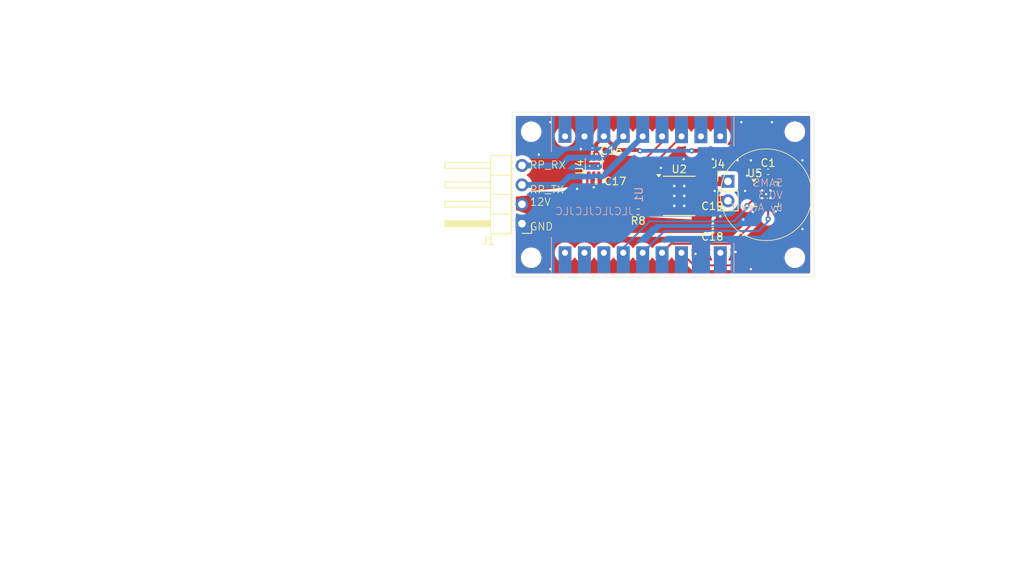
<source format=kicad_pcb>
(kicad_pcb (version 20240108) (generator "pcbnew") (generator_version "8.0")
  (layers (0 "F.Cu" signal "Front") (1 "In1.Cu" signal) (2 "In2.Cu" signal) (31 "B.Cu" signal "Back") (34 "B.Paste" user) (35 "F.Paste" user) (36 "B.SilkS" user "B.Silkscreen") (37 "F.SilkS" user "F.Silkscreen") (38 "B.Mask" user) (39 "F.Mask" user) (44 "Edge.Cuts" user))
  (net 0 "")
  (net 1 "GND")
  (net 2 "+3V3")
  (net 3 "+12V")
  (net 4 "Net-(J4-Pin_1)")
  (net 5 "Net-(J4-Pin_2)")
  (net 6 "Net-(U2-ILIM)")
  (net 7 "MOSI")
  (net 8 "MISO")
  (net 9 "DRV_IN2")
  (net 10 "DRV_IN1")
  (net 11 "SCK")
  (net 12 "MAG_CS")
  (net 29 "RP_RX")
  (net 30 "RP_TX")
  (footprint "Capacitor_SMD:C_0402_1005Metric" (layer "F.Cu") (at 128.5 26.5)
    (property "Reference" "C1" (at 0 -1.16 0) (layer "F.SilkS"))
    (property "Value" "100nF")
    (fp_line (start -0.107836 -0.36) (end 0.107836 -0.36) (stroke (width 0.12)) (layer "F.SilkS"))
    (fp_line (start -0.107836 0.36) (end 0.107836 0.36) (stroke (width 0.12)) (layer "F.SilkS"))
    (pad "1" smd roundrect (at -0.48 0) (size 0.56 0.62) (layers "F.Cu" "F.Paste" "F.Mask") (net 1 "GND"))
    (pad "2" smd roundrect (at 0.48 0) (size 0.56 0.62) (layers "F.Cu" "F.Paste" "F.Mask") (net 2 "+3V3"))
  )
  (footprint "MountingHole:MountingHole_2.2mm_M2" (layer "F.Cu") (at 97.5 37.75)
    (property "Reference" "REF**" (hide yes))
    (property "Value" "MountingHole_2.2mm_M2")
    (pad "" np_thru_hole circle (at 0 0) (size 2.2 2.2) (drill 2.2) (layers "*.Cu" "*.Mask"))
  )
  (footprint "Package_DFN_QFN:QFN-16-1EP_3x3mm_P0.5mm_EP1.75x1.75mm" (layer "F.Cu") (at 128.25 29.44)
    (property "Reference" "U5" (at -1.5 -2.75 0) (layer "F.SilkS"))
    (property "Value" "MA730")
    (fp_line (start -1.61 -1.134999) (end -1.61 -1.37) (stroke (width 0.12)) (layer "F.SilkS"))
    (fp_line (start -1.61 1.61) (end -1.61 1.135) (stroke (width 0.12)) (layer "F.SilkS"))
    (fp_line (start -1.135 -1.61) (end -1.309998 -1.61) (stroke (width 0.12)) (layer "F.SilkS"))
    (fp_line (start -1.134999 1.61) (end -1.61 1.61) (stroke (width 0.12)) (layer "F.SilkS"))
    (fp_line (start 1.134999 -1.61) (end 1.61 -1.61) (stroke (width 0.12)) (layer "F.SilkS"))
    (fp_line (start 1.135 1.61) (end 1.61 1.61) (stroke (width 0.12)) (layer "F.SilkS"))
    (fp_line (start 1.61 -1.61) (end 1.61 -1.135) (stroke (width 0.12)) (layer "F.SilkS"))
    (fp_line (start 1.61 1.61) (end 1.61 1.134999) (stroke (width 0.12)) (layer "F.SilkS"))
    (fp_poly (pts (xy -1.61 -1.61) (xy -1.85 -1.939999) (xy -1.369999 -1.94) (xy -1.61 -1.61)) (stroke (width 0.12)) (fill solid) (layer "F.SilkS"))
    (pad "1" smd roundrect (at -1.4625 -0.75) (size 0.775 0.25) (layers "F.Cu" "F.Paste" "F.Mask"))
    (pad "2" smd roundrect (at -1.4625 -0.25) (size 0.775 0.25) (layers "F.Cu" "F.Paste" "F.Mask"))
    (pad "3" smd roundrect (at -1.4625 0.25) (size 0.775 0.25) (layers "F.Cu" "F.Paste" "F.Mask"))
    (pad "4" smd roundrect (at -1.462497 0.750002) (size 0.775 0.25) (layers "F.Cu" "F.Paste" "F.Mask") (net 7 "MOSI"))
    (pad "5" smd roundrect (at -0.75 1.4625) (size 0.25 0.775) (layers "F.Cu" "F.Paste" "F.Mask") (net 12 "MAG_CS"))
    (pad "6" smd roundrect (at -0.25 1.4625) (size 0.25 0.775) (layers "F.Cu" "F.Paste" "F.Mask"))
    (pad "7" smd roundrect (at 0.25 1.4625) (size 0.25 0.775) (layers "F.Cu" "F.Paste" "F.Mask") (net 8 "MISO"))
    (pad "8" smd roundrect (at 0.750002 1.462497) (size 0.25 0.775) (layers "F.Cu" "F.Paste" "F.Mask") (net 1 "GND"))
    (pad "9" smd roundrect (at 1.4625 0.75) (size 0.775 0.25) (layers "F.Cu" "F.Paste" "F.Mask"))
    (pad "10" smd roundrect (at 1.4625 0.25) (size 0.775 0.25) (layers "F.Cu" "F.Paste" "F.Mask"))
    (pad "11" smd roundrect (at 1.4625 -0.25) (size 0.775 0.25) (layers "F.Cu" "F.Paste" "F.Mask"))
    (pad "12" smd roundrect (at 1.462497 -0.750002) (size 0.775 0.25) (layers "F.Cu" "F.Paste" "F.Mask") (net 11 "SCK"))
    (pad "13" smd roundrect (at 0.75 -1.4625) (size 0.25 0.775) (layers "F.Cu" "F.Paste" "F.Mask") (net 2 "+3V3"))
    (pad "14" smd roundrect (at 0.25 -1.4625) (size 0.25 0.775) (layers "F.Cu" "F.Paste" "F.Mask"))
    (pad "15" smd roundrect (at -0.25 -1.4625) (size 0.25 0.775) (layers "F.Cu" "F.Paste" "F.Mask"))
    (pad "16" smd roundrect (at -0.750002 -1.462497) (size 0.25 0.775) (layers "F.Cu" "F.Paste" "F.Mask"))
    (pad "17" smd rect (at 0 0) (size 1.75 1.75) (property pad_prop_heatsink) (layers "F.Cu" "F.Mask") (net 1 "GND"))
  )
  (footprint "MountingHole:MountingHole_2.2mm_M2" (layer "F.Cu") (at 97.5 21.25)
    (property "Reference" "REF**" (hide yes))
    (property "Value" "MountingHole_2.2mm_M2")
    (pad "" np_thru_hole circle (at 0 0) (size 2.2 2.2) (drill 2.2) (layers "*.Cu" "*.Mask"))
  )
  (footprint "MountingHole:MountingHole_2.2mm_M2" (layer "F.Cu") (at 132 37.75)
    (property "Reference" "REF**" (hide yes))
    (property "Value" "MountingHole_2.2mm_M2")
    (pad "" np_thru_hole circle (at 0 0) (size 2.2 2.2) (drill 2.2) (layers "*.Cu" "*.Mask"))
  )
  (footprint "MountingHole:MountingHole_2.2mm_M2" (layer "F.Cu") (at 132 21.25)
    (property "Reference" "REF**" (hide yes))
    (property "Value" "MountingHole_2.2mm_M2")
    (pad "" np_thru_hole circle (at 0 0) (size 2.2 2.2) (drill 2.2) (layers "*.Cu" "*.Mask"))
  )
  (footprint "Capacitor_SMD:C_0402_1005Metric" (layer "F.Cu") (at 121.23 33.999998 180)
    (property "Reference" "C18" (at 0.019999 -1 0) (layer "F.SilkS"))
    (property "Value" "10uF")
    (fp_line (start -0.107834 -0.359998) (end 0.107838 -0.36) (stroke (width 0.12)) (layer "F.SilkS"))
    (fp_line (start -0.107838 0.36) (end 0.107834 0.359998) (stroke (width 0.12)) (layer "F.SilkS"))
    (pad "1" smd roundrect (at -0.48 0 180) (size 0.56 0.62) (layers "F.Cu" "F.Paste" "F.Mask") (net 1 "GND"))
    (pad "2" smd roundrect (at 0.48 0 180) (size 0.56 0.62) (layers "F.Cu" "F.Paste" "F.Mask") (net 3 "+12V"))
  )
  (footprint "Capacitor_SMD:C_0402_1005Metric" (layer "F.Cu") (at 121.21 33 180)
    (property "Reference" "C19" (at 0 2 0) (layer "F.SilkS"))
    (property "Value" "100nF")
    (fp_line (start -0.107834 -0.359998) (end 0.107838 -0.36) (stroke (width 0.12)) (layer "F.SilkS"))
    (fp_line (start -0.107838 0.36) (end 0.107834 0.359998) (stroke (width 0.12)) (layer "F.SilkS"))
    (pad "1" smd roundrect (at -0.48 0 180) (size 0.56 0.62) (layers "F.Cu" "F.Paste" "F.Mask") (net 1 "GND"))
    (pad "2" smd roundrect (at 0.48 0 180) (size 0.56 0.62) (layers "F.Cu" "F.Paste" "F.Mask") (net 3 "+12V"))
  )
  (footprint "Package_SO:Texas_HTSOP-8-1EP_3.9x4.9mm_P1.27mm_EP2.95x4.9mm_Mask2.4x3.1mm_ThermalVias" (layer "F.Cu") (at 116.875 29.655)
    (property "Reference" "U2" (at 0 -3.5 0) (layer "F.SilkS"))
    (property "Value" "DRV8871DDA")
    (fp_line (start -2.075 -2.575) (end 2.075 -2.575) (stroke (width 0.15)) (layer "F.SilkS"))
    (fp_line (start -2.075 2.575) (end 2.075 2.575) (stroke (width 0.15)) (layer "F.SilkS"))
    (fp_poly (pts (xy -2.675 -2.475) (xy -2.915 -2.805) (xy -2.435 -2.805) (xy -2.675 -2.475)) (stroke (width 0.12)) (fill solid) (layer "F.SilkS"))
    (pad "1" smd rect (at -2.875 -1.905) (size 2.2 0.5) (layers "F.Cu" "F.Paste" "F.Mask") (net 1 "GND"))
    (pad "2" smd rect (at -2.875 -0.635) (size 2.2 0.5) (layers "F.Cu" "F.Paste" "F.Mask") (net 9 "DRV_IN2"))
    (pad "3" smd rect (at -2.875 0.635) (size 2.2 0.5) (layers "F.Cu" "F.Paste" "F.Mask") (net 10 "DRV_IN1"))
    (pad "4" smd rect (at -2.875 1.905) (size 2.2 0.5) (layers "F.Cu" "F.Paste" "F.Mask") (net 6 "Net-(U2-ILIM)"))
    (pad "5" smd rect (at 2.875 1.905) (size 2.2 0.5) (layers "F.Cu" "F.Paste" "F.Mask") (net 3 "+12V"))
    (pad "6" smd rect (at 2.875 0.635) (size 2.2 0.5) (layers "F.Cu" "F.Paste" "F.Mask") (net 5 "Net-(J4-Pin_2)"))
    (pad "7" smd rect (at 2.875 -0.635) (size 2.2 0.5) (layers "F.Cu" "F.Paste" "F.Mask") (net 1 "GND"))
    (pad "8" smd rect (at 2.875 -1.905) (size 2.2 0.5) (layers "F.Cu" "F.Paste" "F.Mask") (net 4 "Net-(J4-Pin_1)"))
    (pad "9" thru_hole circle (at -0.65 -1.3) (size 0.63 0.63) (drill 0.33) (layers "*.Cu" "*.Mask") (net 1 "GND"))
    (pad "9" thru_hole circle (at -0.65 0) (size 0.63 0.63) (drill 0.33) (layers "*.Cu" "*.Mask") (net 1 "GND"))
    (pad "9" thru_hole circle (at -0.65 1.3) (size 0.63 0.63) (drill 0.33) (layers "*.Cu" "*.Mask") (net 1 "GND"))
    (pad "9" smd rect (at 0 0) (size 2.6 3.3) (layers "B.Cu") (net 1 "GND"))
    (pad "9" smd rect (at 0 0) (size 2.95 4.9) (layers "F.Cu") (net 1 "GND"))
    (pad "9" thru_hole circle (at 0.65 -1.3) (size 0.63 0.63) (drill 0.33) (layers "*.Cu" "*.Mask") (net 1 "GND"))
    (pad "9" thru_hole circle (at 0.65 0) (size 0.63 0.63) (drill 0.33) (layers "*.Cu" "*.Mask") (net 1 "GND"))
    (pad "9" thru_hole circle (at 0.65 1.3) (size 0.63 0.63) (drill 0.33) (layers "*.Cu" "*.Mask") (net 1 "GND"))
  )
  (footprint "Resistor_SMD:R_0402_1005Metric" (layer "F.Cu") (at 111.5 31.75 180)
    (property "Reference" "R8" (at 0 -1.17 0) (layer "F.SilkS"))
    (property "Value" "15k")
    (fp_line (start -0.153639 -0.379999) (end 0.15364 -0.379998) (stroke (width 0.12)) (layer "F.SilkS"))
    (fp_line (start -0.15364 0.379998) (end 0.153639 0.379999) (stroke (width 0.12)) (layer "F.SilkS"))
    (pad "1" smd roundrect (at -0.51 -0.000001 180) (size 0.54 0.64) (layers "F.Cu" "F.Paste" "F.Mask") (net 6 "Net-(U2-ILIM)"))
    (pad "2" smd roundrect (at 0.51 0.000001 180) (size 0.54 0.64) (layers "F.Cu" "F.Paste" "F.Mask") (net 1 "GND"))
  )
  (footprint "Capacitor_SMD:C_0402_1005Metric" (layer "F.Cu") (at 106 27.75 180)
    (property "Reference" "C17" (at -2.5 0 0) (layer "F.SilkS"))
    (property "Value" "1uF")
    (fp_line (start -0.107834 -0.359998) (end 0.107838 -0.36) (stroke (width 0.12)) (layer "F.SilkS"))
    (fp_line (start -0.107838 0.36) (end 0.107834 0.359998) (stroke (width 0.12)) (layer "F.SilkS"))
    (pad "1" smd roundrect (at -0.48 0 180) (size 0.56 0.62) (layers "F.Cu" "F.Paste" "F.Mask") (net 3 "+12V"))
    (pad "2" smd roundrect (at 0.48 0 180) (size 0.56 0.62) (layers "F.Cu" "F.Paste" "F.Mask") (net 1 "GND"))
  )
  (footprint "Capacitor_SMD:C_0402_1005Metric" (layer "F.Cu") (at 105.52 23.75 180)
    (property "Reference" "C16" (at -2.48 0 0) (layer "F.SilkS"))
    (property "Value" "2.2uF")
    (fp_line (start -0.107834 -0.359998) (end 0.107838 -0.36) (stroke (width 0.12)) (layer "F.SilkS"))
    (fp_line (start -0.107838 0.36) (end 0.107834 0.359998) (stroke (width 0.12)) (layer "F.SilkS"))
    (pad "1" smd roundrect (at -0.48 0 180) (size 0.56 0.62) (layers "F.Cu" "F.Paste" "F.Mask") (net 2 "+3V3"))
    (pad "2" smd roundrect (at 0.48 0 180) (size 0.56 0.62) (layers "F.Cu" "F.Paste" "F.Mask") (net 1 "GND"))
  )
  (footprint "Connector_PinHeader_2.54mm:PinHeader_1x04_P2.54mm_Horizontal" (layer "F.Cu") (at 96.3 33.290003 180)
    (property "Reference" "J1" (at 4.385 -2.270002 0) (layer "F.SilkS"))
    (property "Value" "Conn_01x04")
    (fp_line (start 10.100002 2.919999) (end 4.1 2.92) (stroke (width 0.12)) (layer "F.SilkS"))
    (fp_line (start 10.100001 -0.380001) (end 10.1 0.380001) (stroke (width 0.12)) (layer "F.SilkS"))
    (fp_line (start 10.1 8) (end 4.1 8) (stroke (width 0.12)) (layer "F.SilkS"))
    (fp_line (start 10.1 4.699998) (end 10.099998 5.460001) (stroke (width 0.12)) (layer "F.SilkS"))
    (fp_line (start 10.1 2.159998) (end 10.100002 2.919999) (stroke (width 0.12)) (layer "F.SilkS"))
    (fp_line (start 10.1 0.380001) (end 4.1 0.379998) (stroke (width 0.12)) (layer "F.SilkS"))
    (fp_line (start 10.099998 7.240001) (end 10.1 8) (stroke (width 0.12)) (layer "F.SilkS"))
    (fp_line (start 10.099998 5.460001) (end 4.099998 5.460001) (stroke (width 0.12)) (layer "F.SilkS"))
    (fp_line (start 4.100001 -0.38) (end 10.100001 -0.380001) (stroke (width 0.12)) (layer "F.SilkS"))
    (fp_line (start 4.100001 -1.329999) (end 1.44 -1.33) (stroke (width 0.12)) (layer "F.SilkS"))
    (fp_line (start 4.1 8.95) (end 4.100001 -1.329999) (stroke (width 0.12)) (layer "F.SilkS"))
    (fp_line (start 4.1 7.24) (end 10.099998 7.240001) (stroke (width 0.12)) (layer "F.SilkS"))
    (fp_line (start 4.1 4.7) (end 10.1 4.699998) (stroke (width 0.12)) (layer "F.SilkS"))
    (fp_line (start 4.1 2.159998) (end 10.1 2.159998) (stroke (width 0.12)) (layer "F.SilkS"))
    (fp_line (start 4.1 0.16) (end 10.1 0.159999) (stroke (width 0.12)) (layer "F.SilkS"))
    (fp_line (start 4.1 0.040002) (end 10.099999 0.040002) (stroke (width 0.12)) (layer "F.SilkS"))
    (fp_line (start 4.1 -0.08) (end 10.1 -0.08) (stroke (width 0.12)) (layer "F.SilkS"))
    (fp_line (start 4.1 -0.2) (end 10.1 -0.200001) (stroke (width 0.12)) (layer "F.SilkS"))
    (fp_line (start 4.1 -0.32) (end 10.100001 -0.32) (stroke (width 0.12)) (layer "F.SilkS"))
    (fp_line (start 4.099999 0.279999) (end 10.100001 0.279998) (stroke (width 0.12)) (layer "F.SilkS"))
    (fp_line (start 1.44 8.95) (end 4.1 8.95) (stroke (width 0.12)) (layer "F.SilkS"))
    (fp_line (start 1.44 3.81) (end 4.100001 3.81) (stroke (width 0.12)) (layer "F.SilkS"))
    (fp_line (start 1.44 -1.33) (end 1.44 8.95) (stroke (width 0.12)) (layer "F.SilkS"))
    (fp_line (start 1.439999 6.350002) (end 4.1 6.35) (stroke (width 0.12)) (layer "F.SilkS"))
    (fp_line (start 1.439998 1.269999) (end 4.099998 1.27) (stroke (width 0.12)) (layer "F.SilkS"))
    (fp_line (start 1.11 0.38) (end 1.44 0.379998) (stroke (width 0.12)) (layer "F.SilkS"))
    (fp_line (start 1.11 -0.38) (end 1.44 -0.38) (stroke (width 0.12)) (layer "F.SilkS"))
    (fp_line (start 1.04293 7.239999) (end 1.440001 7.239998) (stroke (width 0.12)) (layer "F.SilkS"))
    (fp_line (start 1.04293 4.699998) (end 1.44 4.7) (stroke (width 0.12)) (layer "F.SilkS"))
    (fp_line (start 1.04293 2.920001) (end 1.440001 2.920001) (stroke (width 0.12)) (layer "F.SilkS"))
    (fp_line (start 1.042929 5.46) (end 1.440002 5.459999) (stroke (width 0.12)) (layer "F.SilkS"))
    (fp_line (start 1.042929 2.16) (end 1.44 2.16) (stroke (width 0.12)) (layer "F.SilkS"))
    (fp_line (start 1.042928 8.000001) (end 1.44 8) (stroke (width 0.12)) (layer "F.SilkS"))
    (fp_line (start -1.269998 -1.269998) (end 0 -1.270001) (stroke (width 0.12)) (layer "F.SilkS"))
    (fp_line (start -1.270001 0) (end -1.269998 -1.269998) (stroke (width 0.12)) (layer "F.SilkS"))
    (pad "1" thru_hole rect (at 0 0 180) (size 1.7 1.7) (drill 1) (layers "*.Cu" "*.Mask") (net 1 "GND"))
    (pad "2" thru_hole oval (at -0.000001 2.540003 180) (size 1.7 1.7) (drill 1) (layers "*.Cu" "*.Mask") (net 3 "+12V"))
    (pad "3" thru_hole oval (at 0 5.08 180) (size 1.7 1.7) (drill 1) (layers "*.Cu" "*.Mask") (net 30 "RP_TX"))
    (pad "4" thru_hole oval (at 0 7.62 180) (size 1.7 1.7) (drill 1) (layers "*.Cu" "*.Mask") (net 29 "RP_RX"))
  )
  (footprint "Package_SON:WSON-6-1EP_2x2mm_P0.65mm_EP1x1.6mm_ThermalVias" (layer "F.Cu") (at 105.700001 25.750001 -90)
    (property "Reference" "U4" (at 0.137501 1.85 90) (layer "F.SilkS"))
    (property "Value" "TLV76733DRVx")
    (fp_line (start -1.000001 1.110001) (end 1.000001 1.110001) (stroke (width 0.12)) (layer "F.SilkS"))
    (fp_line (start -1.000001 -1.110001) (end 1.000001 -1.110001) (stroke (width 0.12)) (layer "F.SilkS"))
    (fp_poly (pts (xy -1.24 -1.009999) (xy -1.520001 -1.01) (xy -1.239999 -1.29) (xy -1.24 -1.009999)) (stroke (width 0.12)) (fill solid) (layer "F.SilkS"))
    (pad "1" smd roundrect (at -0.8875 -0.65 270) (size 0.375 0.4) (layers "F.Cu" "F.Paste" "F.Mask") (net 2 "+3V3"))
    (pad "2" smd roundrect (at -0.8875 0 270) (size 0.375 0.4) (layers "F.Cu" "F.Paste" "F.Mask") (net 2 "+3V3"))
    (pad "3" smd roundrect (at -0.8875 0.65 270) (size 0.375 0.4) (layers "F.Cu" "F.Paste" "F.Mask") (net 1 "GND"))
    (pad "4" smd roundrect (at 0.8875 0.65 270) (size 0.375 0.4) (layers "F.Cu" "F.Paste" "F.Mask") (net 3 "+12V"))
    (pad "5" smd roundrect (at 0.8875 0 270) (size 0.375 0.4) (layers "F.Cu" "F.Paste" "F.Mask") (net 1 "GND"))
    (pad "6" smd roundrect (at 0.8875 -0.65 270) (size 0.375 0.4) (layers "F.Cu" "F.Paste" "F.Mask") (net 3 "+12V"))
    (pad "7" thru_hole circle (at -0.000001 -0.549999 270) (size 0.6 0.6) (drill 0.2) (property pad_prop_heatsink) (layers "*.Cu") (net 1 "GND"))
    (pad "7" smd rect (at 0 0 270) (size 0.5 1.6) (property pad_prop_heatsink) (layers "B.Cu") (net 1 "GND"))
    (pad "7" smd rect (at 0 0 270) (size 1 1.6) (property pad_prop_heatsink) (layers "F.Cu" "F.Mask") (net 1 "GND"))
    (pad "7" thru_hole circle (at 0.000001 0.549999 270) (size 0.6 0.6) (drill 0.2) (property pad_prop_heatsink) (layers "*.Cu") (net 1 "GND"))
  )
  (footprint "Connector_PinHeader_2.54mm:PinHeader_1x02_P2.54mm_Vertical" (layer "F.Cu") (at 123.25 27.75)
    (property "Reference" "J4" (at -1.25 -2.25 0) (layer "F.SilkS"))
    (property "Value" "MOT_OUT")
    (fp_line (start -1.33 -1.33) (end 0 -1.33) (stroke (width 0.12)) (layer "F.SilkS"))
    (fp_line (start -1.33 0) (end -1.33 -1.33) (stroke (width 0.12)) (layer "F.SilkS"))
    (fp_line (start -1.33 1.27) (end -1.33 3.87) (stroke (width 0.12)) (layer "F.SilkS"))
    (fp_line (start -1.33 1.27) (end 1.33 1.27) (stroke (width 0.12)) (layer "F.SilkS"))
    (fp_line (start -1.33 3.87) (end 1.33 3.87) (stroke (width 0.12)) (layer "F.SilkS"))
    (fp_line (start 1.33 1.27) (end 1.33 3.87) (stroke (width 0.12)) (layer "F.SilkS"))
    (pad "1" thru_hole rect (at 0 0) (size 1.7 1.7) (drill 1) (layers "*.Cu" "*.Mask") (net 4 "Net-(J4-Pin_1)"))
    (pad "2" thru_hole oval (at 0 2.54) (size 1.7 1.7) (drill 1) (layers "*.Cu" "*.Mask") (net 5 "Net-(J4-Pin_2)"))
  )
  (footprint "_custom:RP2040 Zero" (layer "B.Cu") (at 124.917 19.319998 -90)
    (property "Reference" "U1" (at 10.16 13.327 90) (layer "B.SilkS") (effects (justify mirror)))
    (property "Value" "RP2040-Zero")
    (fp_line (start 4.572 24.765) (end 0 24.765) (stroke (width 0.12)) (layer "B.SilkS"))
    (fp_line (start 20.32 24.765) (end 15.748 24.765) (stroke (width 0.12)) (layer "B.SilkS"))
    (fp_line (start 3.81 0.889) (end 0 0.889) (stroke (width 0.12)) (layer "B.SilkS"))
    (fp_line (start 20.32 0.889) (end 16.51 0.889) (stroke (width 0.12)) (layer "B.SilkS"))
    (pad "1" smd rect (at 1.64 22.987 270) (size 3.5 1.7) (layers "B.Cu" "B.Mask"))
    (pad "1" thru_hole circle (at 2.54 22.987 270) (size 1.7 1.7) (drill 0.8) (layers "*.Cu" "*.Mask"))
    (pad "2" smd rect (at 1.64 20.447 270) (size 3.5 1.7) (layers "B.Cu" "B.Mask") (net 1 "GND"))
    (pad "2" thru_hole circle (at 2.54 20.447 270) (size 1.7 1.7) (drill 0.8) (layers "*.Cu" "*.Mask") (net 1 "GND"))
    (pad "3" smd rect (at 1.64 17.907 270) (size 3.5 1.7) (layers "B.Cu" "B.Mask") (net 2 "+3V3"))
    (pad "3" thru_hole circle (at 2.54 17.907 270) (size 1.7 1.7) (drill 0.8) (layers "*.Cu" "*.Mask") (net 2 "+3V3"))
    (pad "4" smd rect (at 1.64 15.367 270) (size 3.5 1.7) (layers "B.Cu" "B.Mask") (net 29 "RP_RX"))
    (pad "4" thru_hole circle (at 2.54 15.367 270) (size 1.7 1.7) (drill 0.8) (layers "*.Cu" "*.Mask") (net 29 "RP_RX"))
    (pad "5" smd rect (at 1.64 12.827 270) (size 3.5 1.7) (layers "B.Cu" "B.Mask") (net 30 "RP_TX"))
    (pad "5" thru_hole circle (at 2.54 12.827 270) (size 1.7 1.7) (drill 0.8) (layers "*.Cu" "*.Mask") (net 30 "RP_TX"))
    (pad "6" smd rect (at 1.69 10.287 270) (size 3.5 1.7) (layers "B.Cu" "B.Mask") (net 10 "DRV_IN1"))
    (pad "6" thru_hole circle (at 2.54 10.287 270) (size 1.7 1.7) (drill 0.8) (layers "*.Cu" "*.Mask") (net 10 "DRV_IN1"))
    (pad "7" smd rect (at 1.69 7.747 270) (size 3.5 1.7) (layers "B.Cu" "B.Mask") (net 9 "DRV_IN2"))
    (pad "7" thru_hole circle (at 2.54 7.747 270) (size 1.7 1.7) (drill 0.8) (layers "*.Cu" "*.Mask") (net 9 "DRV_IN2"))
    (pad "8" smd rect (at 1.69 5.207 270) (size 3.5 1.7) (layers "B.Cu" "B.Mask"))
    (pad "8" thru_hole circle (at 2.54 5.207 270) (size 1.7 1.7) (drill 0.8) (layers "*.Cu" "*.Mask"))
    (pad "9" smd rect (at 1.69 2.667 270) (size 3.5 1.7) (layers "B.Cu" "B.Mask"))
    (pad "9" thru_hole circle (at 2.54 2.667 270) (size 1.7 1.7) (drill 0.8) (layers "*.Cu" "*.Mask"))
    (pad "10" thru_hole circle (at 17.78 22.987 270) (size 1.7 1.7) (drill 0.8) (layers "*.Cu" "*.Mask"))
    (pad "10" smd rect (at 18.68 22.987 270) (size 3.5 1.7) (layers "B.Cu" "B.Mask"))
    (pad "11" thru_hole circle (at 17.78 20.447 270) (size 1.7 1.7) (drill 0.8) (layers "*.Cu" "*.Mask"))
    (pad "11" smd rect (at 18.68 20.447 270) (size 3.5 1.7) (layers "B.Cu" "B.Mask"))
    (pad "12" thru_hole circle (at 17.78 17.907 270) (size 1.7 1.7) (drill 0.8) (layers "*.Cu" "*.Mask"))
    (pad "12" smd rect (at 18.68 17.907 270) (size 3.5 1.7) (layers "B.Cu" "B.Mask"))
    (pad "13" thru_hole circle (at 17.78 15.367 270) (size 1.7 1.7) (drill 0.8) (layers "*.Cu" "*.Mask") (net 7 "MOSI"))
    (pad "13" smd rect (at 18.68 15.367 270) (size 3.5 1.7) (layers "B.Cu" "B.Mask") (net 7 "MOSI"))
    (pad "14" thru_hole circle (at 17.78 12.827 270) (size 1.7 1.7) (drill 0.8) (layers "*.Cu" "*.Mask") (net 8 "MISO"))
    (pad "14" smd rect (at 18.68 12.827 270) (size 3.5 1.7) (layers "B.Cu" "B.Mask") (net 8 "MISO"))
    (pad "15" thru_hole circle (at 17.78 10.287 270) (size 1.7 1.7) (drill 0.8) (layers "*.Cu" "*.Mask") (net 12 "MAG_CS"))
    (pad "15" smd rect (at 18.68 10.287 270) (size 3.5 1.7) (layers "B.Cu" "B.Mask") (net 12 "MAG_CS"))
    (pad "16" thru_hole circle (at 17.78 7.747 270) (size 1.7 1.7) (drill 0.8) (layers "*.Cu" "*.Mask") (net 11 "SCK"))
    (pad "16" smd rect (at 18.68 7.747 270) (size 3.5 1.7) (layers "B.Cu" "B.Mask") (net 11 "SCK"))
    (pad "18" thru_hole circle (at 17.78 2.667 270) (size 1.7 1.7) (drill 0.8) (layers "*.Cu" "*.Mask"))
    (pad "18" smd rect (at 18.68 2.667 270) (size 3.5 1.7) (layers "B.Cu" "B.Mask"))
  )
  (gr_circle (center 128.25 29.5) (end 134.25 29.5) (stroke (width 0.1)) (fill none) (layer "F.SilkS"))
  (gr_rect (start 95 18.7) (end 134.5 40.3) (stroke (width 0.05)) (fill none) (layer "Edge.Cuts"))
  (gr_text "SAMS\nV0.3\nby Alex C" (at 130.5 31.75 -0) (layer "B.SilkS") (effects (font (size 1 1) (thickness 0.1)) (justify left bottom mirror)))
  (gr_text "JLCJLCJLCJLC" (at 111 32.25 0) (layer "B.SilkS") (effects (font (size 1 1) (thickness 0.1)) (justify left bottom mirror)))
  (gr_text "RP_RX\n\nRP_TX\n12V\n\nGND" (at 97.25 34.25 0) (layer "F.SilkS") (effects (font (size 1 1) (thickness 0.1)) (justify left bottom)))
  (segment (start 110.99 31.749999) (end 110.249999 31.749999) (width 0.254) (layer "F.Cu") (net 1))
  (segment (start 121.71 34.337) (end 122.25 34.877) (width 0.2) (layer "F.Cu") (net 1))
  (segment (start 113.75 27.5) (end 114 27.75) (width 0.254) (layer "F.Cu") (net 1))
  (segment (start 121.69 33) (end 121.69 32.933) (width 0.2) (layer "F.Cu") (net 1))
  (segment (start 128.25 29.227568) (end 128.522432 29.5) (width 0.254) (layer "F.Cu") (net 1))
  (segment (start 105.04 23.75) (end 104.25 23.75) (width 0.508) (layer "F.Cu") (net 1))
  (segment (start 105.700001 26.637501) (end 105.700001 27.569999) (width 0.3) (layer "F.Cu") (net 1))
  (segment (start 105.04 24.8565) (end 105.046001 24.862501) (width 0.508) (layer "F.Cu") (net 1))
  (segment (start 105.04 23.75) (end 105.04 24.8565) (width 0.508) (layer "F.Cu") (net 1))
  (segment (start 128.75 29.5) (end 128.75 29.727568) (width 0.254) (layer "F.Cu") (net 1))
  (segment (start 105.69 28.53) (end 105.52 28.36) (width 0.3) (layer "F.Cu") (net 1))
  (segment (start 128.75 30.167568) (end 129.000002 30.41757) (width 0.254) (layer "F.Cu") (net 1))
  (segment (start 105.700001 27.569999) (end 105.52 27.75) (width 0.3) (layer "F.Cu") (net 1))
  (segment (start 119.75 29.02) (end 117.51 29.02) (width 0.254) (layer "F.Cu") (net 1))
  (segment (start 115.62 27.75) (end 116.225 28.355) (width 0.254) (layer "F.Cu") (net 1))
  (segment (start 121.69 32.933) (end 122.25 32.373) (width 0.2) (layer "F.Cu") (net 1))
  (segment (start 129.000002 30.41757) (end 129.000002 30.902497) (width 0.254) (layer "F.Cu") (net 1))
  (segment (start 121.71 33.999998) (end 121.71 34.337) (width 0.2) (layer "F.Cu") (net 1))
  (segment (start 129.000002 31.190002) (end 129.5 31.69) (width 0.254) (layer "F.Cu") (net 1))
  (segment (start 119.75 29.02) (end 121.48 29.02) (width 0.254) (layer "F.Cu") (net 1))
  (segment (start 110.249999 31.749999) (end 110 31.5) (width 0.254) (layer "F.Cu") (net 1))
  (segment (start 117.51 29.02) (end 116.875 29.655) (width 0.254) (layer "F.Cu") (net 1))
  (segment (start 121.48 29.02) (end 121.5 29) (width 0.254) (layer "F.Cu") (net 1))
  (segment (start 129.000002 30.462497) (end 129.000002 30.750002) (width 0.254) (layer "F.Cu") (net 1))
  (segment (start 114 27.75) (end 115.62 27.75) (width 0.254) (layer "F.Cu") (net 1))
  (segment (start 128.522432 29.5) (end 128.75 29.5) (width 0.254) (layer "F.Cu") (net 1))
  (segment (start 113.75 27) (end 113.75 27.5) (width 0.254) (layer "F.Cu") (net 1))
  (segment (start 105.52 28.36) (end 105.52 27.75) (width 0.3) (layer "F.Cu") (net 1))
  (segment (start 128.25 29) (end 128.25 29.227568) (width 0.254) (layer "F.Cu") (net 1))
  (via (at 128.8 29.94) (size 0.7) (drill 0.3) (layers "F.Cu" "B.Cu") (net 1))
  (via (at 114.469486 25.985098) (size 0.7) (drill 0.3) (layers "F.Cu" "B.Cu") (net 1))
  (via (at 126.25 39.25) (size 0.7) (drill 0.3) (layers "F.Cu" "B.Cu") (net 1))
  (via (at 100 20) (size 0.7) (drill 0.3) (layers "F.Cu" "B.Cu") (net 1))
  (via (at 129.5 31.69) (size 0.7) (drill 0.3) (layers "F.Cu" "B.Cu") (net 1))
  (via (at 126.25 25) (size 0.7) (drill 0.3) (layers "F.Cu" "B.Cu") (net 1))
  (via (at 125.75 27) (size 0.7) (drill 0.3) (layers "F.Cu" "B.Cu") (net 1))
  (via (at 127.25 26.5) (size 0.7) (drill 0.3) (layers "F.Cu" "B.Cu") (net 1))
  (via (at 105.69 28.53) (size 0.7) (drill 0.3) (layers "F.Cu" "B.Cu") (net 1))
  (via (at 103.492997 28.732992) (size 0.7) (drill 0.3) (layers "F.Cu" "B.Cu") (net 1))
  (via (at 125.5 29) (size 0.7) (drill 0.3) (layers "F.Cu" "B.Cu") (net 1))
  (via (at 125 20) (size 0.7) (drill 0.3) (layers "F.Cu" "B.Cu") (net 1))
  (via (at 124.5 25) (size 0.7) (drill 0.3) (layers "F.Cu" "B.Cu") (net 1))
  (via (at 126.5 31.75) (size 0.7) (drill 0.3) (layers "F.Cu" "B.Cu") (net 1))
  (via (at 133 25) (size 0.7) (drill 0.3) (layers "F.Cu" "B.Cu") (net 1))
  (via (at 121.27 24.85) (size 0.7) (drill 0.3) (layers "F.Cu" "B.Cu") (net 1))
  (via (at 117.45 24.85) (size 0.7) (drill 0.3) (layers "F.Cu" "B.Cu") (net 1))
  (via (at 122.1865 34.927) (size 0.7) (drill 0.3) (layers "F.Cu" "B.Cu") (net 1))
  (via (at 129 20) (size 0.7) (drill 0.3) (layers "F.Cu" "B.Cu") (net 1))
  (via (at 100 39.25) (size 0.7) (drill 0.3) (layers "F.Cu" "B.Cu") (net 1))
  (via (at 127.7 28.94) (size 0.7) (drill 0.3) (layers "F.Cu" "B.Cu") (net 1))
  (via (at 127.7 29.94) (size 0.7) (drill 0.3) (layers "F.Cu" "B.Cu") (net 1))
  (via (at 133 34) (size 0.7) (drill 0.3) (layers "F.Cu" "B.Cu") (net 1))
  (via (at 128.25 29.44) (size 0.7) (drill 0.3) (layers "F.Cu" "B.Cu") (net 1))
  (via (at 128.8 28.94) (size 0.7) (drill 0.3) (layers "F.Cu" "B.Cu") (net 1))
  (via (at 125.25 32.75) (size 0.7) (drill 0.3) (layers "F.Cu" "B.Cu") (net 1))
  (via (at 121.5 29) (size 0.7) (drill 0.3) (layers "F.Cu" "B.Cu") (net 1))
  (via (at 98.5 24.25) (size 0.7) (drill 0.3) (layers "F.Cu" "B.Cu") (net 1))
  (via (at 124.25 37) (size 0.7) (drill 0.3) (layers "F.Cu" "B.Cu") (net 1))
  (via (at 104 23.5) (size 0.7) (drill 0.3) (layers "F.Cu" "B.Cu") (net 1))
  (via (at 122.25 32.323) (size 0.7) (drill 0.3) (layers "F.Cu" "B.Cu") (net 1))
  (via (at 119 37.25) (size 0.7) (drill 0.3) (layers "F.Cu" "B.Cu") (net 1))
  (segment (start 113.919 33.581) (end 124.419 33.581) (width 0.508) (layer "B.Cu") (net 1))
  (segment (start 124.419 33.581) (end 125 33) (width 0.508) (layer "B.Cu") (net 1))
  (segment (start 112 35.5) (end 113.919 33.581) (width 0.508) (layer "B.Cu") (net 1))
  (segment (start 106.350001 24.100001) (end 106 23.75) (width 0.2) (layer "F.Cu") (net 2))
  (segment (start 129 25.787432) (end 126.962568 23.75) (width 0.5) (layer "F.Cu") (net 2))
  (segment (start 108.8 23.65) (end 107.01 21.86) (width 0.5) (layer "F.Cu") (net 2))
  (segment (start 106 22.87) (end 106 23.75) (width 0.5) (layer "F.Cu") (net 2))
  (segment (start 129 27) (end 129 27.9775) (width 0.3) (layer "F.Cu") (net 2))
  (segment (start 105.700001 24.049999) (end 106 23.75) (width 0.3) (layer "F.Cu") (net 2))
  (segment (start 105.700001 24.862501) (end 105.700001 24.049999) (width 0.3) (layer "F.Cu") (net 2))
  (segment (start 108.8 23.65) (end 111.65 23.65) (width 0.5) (layer "F.Cu") (net 2))
  (segment (start 111.65 23.65) (end 111.75 23.75) (width 0.5) (layer "F.Cu") (net 2))
  (segment (start 106.350001 24.862501) (end 106.350001 24.100001) (width 0.2) (layer "F.Cu") (net 2))
  (segment (start 126.962568 23.75) (end 118.5 23.75) (width 0.5) (layer "F.Cu") (net 2))
  (segment (start 129 27) (end 129 25.787432) (width 0.5) (layer "F.Cu") (net 2))
  (segment (start 106.350001 24.862501) (end 105.700001 24.862501) (width 0.2) (layer "F.Cu") (net 2))
  (segment (start 107.01 21.86) (end 106 22.87) (width 0.5) (layer "F.Cu") (net 2))
  (via (at 118.5 23.75) (size 0.7) (drill 0.3) (layers "F.Cu" "B.Cu") (net 2))
  (via (at 111.75 23.75) (size 0.7) (drill 0.3) (layers "F.Cu" "B.Cu") (net 2))
  (segment (start 111.75 23.75) (end 118.5 23.75) (width 0.5) (layer "B.Cu") (net 2))
  (segment (start 106.48 28.77) (end 106.48 27.75) (width 0.3) (layer "F.Cu") (net 3))
  (segment (start 105.050001 26.637501) (end 104.85 26.837502) (width 0.3) (layer "F.Cu") (net 3))
  (segment (start 96 30.75) (end 103.5 30.75) (width 0.762) (layer "F.Cu") (net 3))
  (segment (start 103.5 30.75) (end 105 29.25) (width 0.762) (layer "F.Cu") (net 3))
  (segment (start 104.85 26.837502) (end 104.85 29.1) (width 0.3) (layer "F.Cu") (net 3))
  (segment (start 106.350001 27.620001) (end 106.48 27.75) (width 0.3) (layer "F.Cu") (net 3))
  (segment (start 105 29.25) (end 106 29.25) (width 0.3) (layer "F.Cu") (net 3))
  (segment (start 104.85 29.1) (end 105 29.25) (width 0.3) (layer "F.Cu") (net 3))
  (segment (start 106 29.25) (end 106.48 28.77) (width 0.3) (layer "F.Cu") (net 3))
  (segment (start 120.75 34) (end 120.750001 33.019998) (width 0.762) (layer "F.Cu") (net 3))
  (segment (start 106.350001 26.637501) (end 106.350001 27.620001) (width 0.3) (layer "F.Cu") (net 3))
  (segment (start 119.75 27.75) (end 123.25 27.75) (width 1.25) (layer "F.Cu") (net 4))
  (segment (start 119.75 30.29) (end 123.25 30.29) (width 1.25) (layer "F.Cu") (net 5))
  (segment (start 112.01 31.750001) (end 113.809999 31.750001) (width 0.254) (layer "F.Cu") (net 6))
  (segment (start 113.809999 31.750001) (end 114 31.56) (width 0.254) (layer "F.Cu") (net 6))
  (segment (start 125.75 30.94) (end 126.499998 30.190002) (width 0.254) (layer "F.Cu") (net 7))
  (via (at 125.75 30.94) (size 0.7) (drill 0.3) (layers "F.Cu" "B.Cu") (net 7))
  (segment (start 125.75 31.25) (end 124 33) (width 0.254) (layer "B.Cu") (net 7))
  (segment (start 125.75 30.94) (end 125.75 31.25) (width 0.254) (layer "B.Cu") (net 7))
  (segment (start 124 33) (end 113 33) (width 0.254) (layer "B.Cu") (net 7))
  (segment (start 113 33) (end 109.55 36.45) (width 0.254) (layer "B.Cu") (net 7))
  (segment (start 109.55 36.45) (end 109.55 37.099998) (width 0.254) (layer "B.Cu") (net 7))
  (segment (start 128.5 32.69) (end 128.5 30.9025) (width 0.254) (layer "F.Cu") (net 8))
  (via (at 128.5 32.69) (size 0.7) (drill 0.3) (layers "F.Cu" "B.Cu") (net 8))
  (segment (start 128.5 33) (end 128.5 32.25) (width 0.254) (layer "B.Cu") (net 8))
  (segment (start 114.939998 34.25) (end 112.089999 37.099999) (width 0.254) (layer "B.Cu") (net 8))
  (segment (start 127.25 34.25) (end 114.939998 34.25) (width 0.254) (layer "B.Cu") (net 8))
  (segment (start 127.25 34.25) (end 128.5 33) (width 0.254) (layer "B.Cu") (net 8))
  (segment (start 112.646 29.02) (end 111.623 27.997) (width 0.254) (layer "F.Cu") (net 9))
  (segment (start 111.623 27.997) (end 111.623 27.406998) (width 0.254) (layer "F.Cu") (net 9))
  (segment (start 114 29.02) (end 112.646 29.02) (width 0.254) (layer "F.Cu") (net 9))
  (segment (start 111.623 27.406998) (end 117.17 21.859998) (width 0.254) (layer "F.Cu") (net 9))
  (segment (start 110.25 28.5) (end 110.25 26.99) (width 0.254) (layer "F.Cu") (net 10))
  (segment (start 114 30.29) (end 112.04 30.29) (width 0.254) (layer "F.Cu") (net 10))
  (segment (start 110.25 26.99) (end 114.63 22.61) (width 0.254) (layer "F.Cu") (net 10))
  (segment (start 114.63 22.61) (end 114.63 21.859998) (width 0.254) (layer "F.Cu") (net 10))
  (segment (start 112.04 30.29) (end 110.25 28.5) (width 0.254) (layer "F.Cu") (net 10))
  (segment (start 114.629999 22.620001) (end 114.629999 21.859999) (width 0.254) (layer "B.Cu") (net 10))
  (segment (start 130.5 33.25) (end 130.5 29) (width 0.254) (layer "F.Cu") (net 11))
  (segment (start 118.820003 38.75) (end 125 38.75) (width 0.254) (layer "F.Cu") (net 11))
  (segment (start 125 38.75) (end 130.5 33.25) (width 0.254) (layer "F.Cu") (net 11))
  (segment (start 130.189998 28.689998) (end 129.712497 28.689998) (width 0.254) (layer "F.Cu") (net 11))
  (segment (start 117.170001 37.099998) (end 118.820003 38.75) (width 0.254) (layer "F.Cu") (net 11))
  (segment (start 130.5 29) (end 130.189998 28.689998) (width 0.254) (layer "F.Cu") (net 11))
  (segment (start 123.789503 35.922997) (end 127.5 32.2125) (width 0.254) (layer "F.Cu") (net 12))
  (segment (start 127.5 32.2125) (end 127.5 30.9025) (width 0.254) (layer "F.Cu") (net 12))
  (segment (start 114.630001 37.099999) (end 115.807003 35.922997) (width 0.254) (layer "F.Cu") (net 12))
  (segment (start 115.807003 35.922997) (end 123.789503 35.922997) (width 0.254) (layer "F.Cu") (net 12))
  (segment (start 102.415 24.64) (end 101.384997 25.670003) (width 0.762) (layer "B.Cu") (net 29))
  (segment (start 101.384997 25.670003) (end 95.999999 25.670003) (width 0.762) (layer "B.Cu") (net 29))
  (segment (start 106.769995 24.64) (end 102.415 24.64) (width 0.762) (layer "B.Cu") (net 29))
  (segment (start 109.549997 21.859998) (end 106.769995 24.64) (width 0.762) (layer "B.Cu") (net 29))
  (segment (start 112.090001 21.859998) (end 106.829998 27.120001) (width 0.762) (layer "B.Cu") (net 30))
  (segment (start 102.474999 27.120001) (end 101.384997 28.210003) (width 0.762) (layer "B.Cu") (net 30))
  (segment (start 101.384997 28.210003) (end 95.999999 28.210003) (width 0.762) (layer "B.Cu") (net 30))
  (segment (start 106.829998 27.120001) (end 102.474999 27.120001) (width 0.762) (layer "B.Cu") (net 30))
  (zone (net 3) (net_name "+12V") (layer "F.Cu") (priority 1) (connect_pads yes (clearance 0.3)) (min_thickness 0.25) (fill yes (thermal_gap 0.5) (thermal_bridge_width 0.5))
    (polygon (pts (xy 95.5 29.75) (xy 104.75 28.75) (xy 106.5 28.75) (xy 110 32.25) (xy 118.5 32.75) (xy 118.5 31.5) (xy 118.75 31) (xy 120.75 31) (xy 121.25 31.5) (xy 121 34.25) (xy 120.25 34.5) (xy 108 34.5) (xy 103.75 33.75) (xy 99 32.75) (xy 95.5 31.5)))
  )
  (zone (net 1) (net_name "GND") (layers "F.Cu" "In1.Cu" "In2.Cu" "B.Cu") (connect_pads yes (clearance 0.5)) (min_thickness 0.25) (fill yes (thermal_gap 0.5) (thermal_bridge_width 0.5) (island_removal_mode 2) (island_area_min 10))
    (polygon (pts (xy 162 4.25) (xy 150 72.25) (xy 33 81) (xy 28 45) (xy 29 5) (xy 78 4)))
  )
)
</source>
